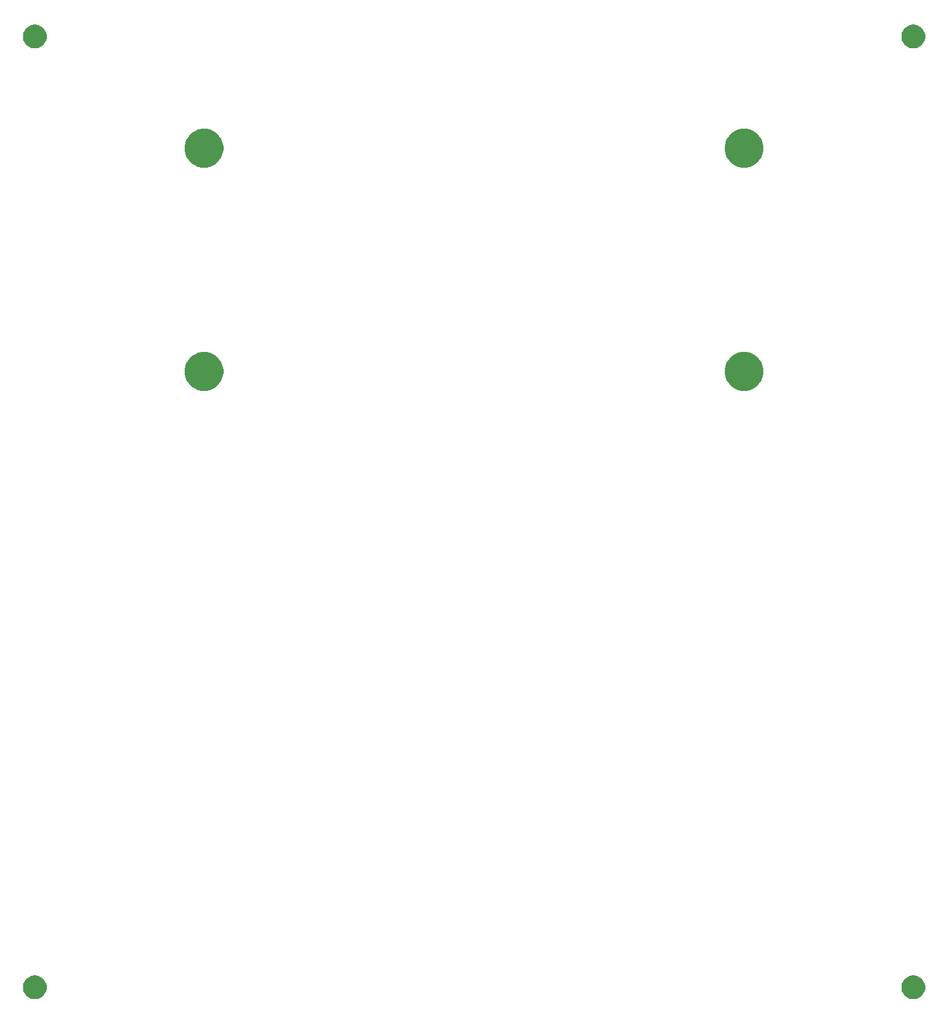
<source format=gbr>
G04 #@! TF.GenerationSoftware,KiCad,Pcbnew,(5.1.6)-1*
G04 #@! TF.CreationDate,2020-10-27T15:14:38-03:00*
G04 #@! TF.ProjectId,PanelFrontal,50616e65-6c46-4726-9f6e-74616c2e6b69,v1.0*
G04 #@! TF.SameCoordinates,Original*
G04 #@! TF.FileFunction,Soldermask,Bot*
G04 #@! TF.FilePolarity,Negative*
%FSLAX46Y46*%
G04 Gerber Fmt 4.6, Leading zero omitted, Abs format (unit mm)*
G04 Created by KiCad (PCBNEW (5.1.6)-1) date 2020-10-27 15:14:38*
%MOMM*%
%LPD*%
G01*
G04 APERTURE LIST*
%ADD10C,0.100000*%
G04 APERTURE END LIST*
D10*
G36*
X225625256Y-193641298D02*
G01*
X225731579Y-193662447D01*
X226032042Y-193786903D01*
X226302451Y-193967585D01*
X226532415Y-194197549D01*
X226713097Y-194467958D01*
X226837553Y-194768421D01*
X226901000Y-195087391D01*
X226901000Y-195412609D01*
X226837553Y-195731579D01*
X226713097Y-196032042D01*
X226532415Y-196302451D01*
X226302451Y-196532415D01*
X226032042Y-196713097D01*
X225731579Y-196837553D01*
X225625256Y-196858702D01*
X225412611Y-196901000D01*
X225087389Y-196901000D01*
X224874744Y-196858702D01*
X224768421Y-196837553D01*
X224467958Y-196713097D01*
X224197549Y-196532415D01*
X223967585Y-196302451D01*
X223786903Y-196032042D01*
X223662447Y-195731579D01*
X223599000Y-195412609D01*
X223599000Y-195087391D01*
X223662447Y-194768421D01*
X223786903Y-194467958D01*
X223967585Y-194197549D01*
X224197549Y-193967585D01*
X224467958Y-193786903D01*
X224768421Y-193662447D01*
X224874744Y-193641298D01*
X225087389Y-193599000D01*
X225412611Y-193599000D01*
X225625256Y-193641298D01*
G37*
G36*
X103625256Y-193641298D02*
G01*
X103731579Y-193662447D01*
X104032042Y-193786903D01*
X104302451Y-193967585D01*
X104532415Y-194197549D01*
X104713097Y-194467958D01*
X104837553Y-194768421D01*
X104901000Y-195087391D01*
X104901000Y-195412609D01*
X104837553Y-195731579D01*
X104713097Y-196032042D01*
X104532415Y-196302451D01*
X104302451Y-196532415D01*
X104032042Y-196713097D01*
X103731579Y-196837553D01*
X103625256Y-196858702D01*
X103412611Y-196901000D01*
X103087389Y-196901000D01*
X102874744Y-196858702D01*
X102768421Y-196837553D01*
X102467958Y-196713097D01*
X102197549Y-196532415D01*
X101967585Y-196302451D01*
X101786903Y-196032042D01*
X101662447Y-195731579D01*
X101599000Y-195412609D01*
X101599000Y-195087391D01*
X101662447Y-194768421D01*
X101786903Y-194467958D01*
X101967585Y-194197549D01*
X102197549Y-193967585D01*
X102467958Y-193786903D01*
X102768421Y-193662447D01*
X102874744Y-193641298D01*
X103087389Y-193599000D01*
X103412611Y-193599000D01*
X103625256Y-193641298D01*
G37*
G36*
X202537852Y-107152797D02*
G01*
X203029402Y-107356404D01*
X203029403Y-107356405D01*
X203471787Y-107651996D01*
X203848004Y-108028213D01*
X204045512Y-108323805D01*
X204143596Y-108470598D01*
X204347203Y-108962148D01*
X204451000Y-109483973D01*
X204451000Y-110016027D01*
X204347203Y-110537852D01*
X204143596Y-111029402D01*
X204143595Y-111029403D01*
X203848004Y-111471787D01*
X203471787Y-111848004D01*
X203176195Y-112045512D01*
X203029402Y-112143596D01*
X202537852Y-112347203D01*
X202016027Y-112451000D01*
X201483973Y-112451000D01*
X200962148Y-112347203D01*
X200470598Y-112143596D01*
X200323805Y-112045512D01*
X200028213Y-111848004D01*
X199651996Y-111471787D01*
X199356405Y-111029403D01*
X199356404Y-111029402D01*
X199152797Y-110537852D01*
X199049000Y-110016027D01*
X199049000Y-109483973D01*
X199152797Y-108962148D01*
X199356404Y-108470598D01*
X199454488Y-108323805D01*
X199651996Y-108028213D01*
X200028213Y-107651996D01*
X200470597Y-107356405D01*
X200470598Y-107356404D01*
X200962148Y-107152797D01*
X201483973Y-107049000D01*
X202016027Y-107049000D01*
X202537852Y-107152797D01*
G37*
G36*
X127537852Y-107152797D02*
G01*
X128029402Y-107356404D01*
X128029403Y-107356405D01*
X128471787Y-107651996D01*
X128848004Y-108028213D01*
X129045512Y-108323805D01*
X129143596Y-108470598D01*
X129347203Y-108962148D01*
X129451000Y-109483973D01*
X129451000Y-110016027D01*
X129347203Y-110537852D01*
X129143596Y-111029402D01*
X129143595Y-111029403D01*
X128848004Y-111471787D01*
X128471787Y-111848004D01*
X128176195Y-112045512D01*
X128029402Y-112143596D01*
X127537852Y-112347203D01*
X127016027Y-112451000D01*
X126483973Y-112451000D01*
X125962148Y-112347203D01*
X125470598Y-112143596D01*
X125323805Y-112045512D01*
X125028213Y-111848004D01*
X124651996Y-111471787D01*
X124356405Y-111029403D01*
X124356404Y-111029402D01*
X124152797Y-110537852D01*
X124049000Y-110016027D01*
X124049000Y-109483973D01*
X124152797Y-108962148D01*
X124356404Y-108470598D01*
X124454488Y-108323805D01*
X124651996Y-108028213D01*
X125028213Y-107651996D01*
X125470597Y-107356405D01*
X125470598Y-107356404D01*
X125962148Y-107152797D01*
X126483973Y-107049000D01*
X127016027Y-107049000D01*
X127537852Y-107152797D01*
G37*
G36*
X202537852Y-76152797D02*
G01*
X203029402Y-76356404D01*
X203029403Y-76356405D01*
X203471787Y-76651996D01*
X203848004Y-77028213D01*
X204045512Y-77323805D01*
X204143596Y-77470598D01*
X204347203Y-77962148D01*
X204451000Y-78483973D01*
X204451000Y-79016027D01*
X204347203Y-79537852D01*
X204143596Y-80029402D01*
X204143595Y-80029403D01*
X203848004Y-80471787D01*
X203471787Y-80848004D01*
X203176195Y-81045512D01*
X203029402Y-81143596D01*
X202537852Y-81347203D01*
X202016027Y-81451000D01*
X201483973Y-81451000D01*
X200962148Y-81347203D01*
X200470598Y-81143596D01*
X200323805Y-81045512D01*
X200028213Y-80848004D01*
X199651996Y-80471787D01*
X199356405Y-80029403D01*
X199356404Y-80029402D01*
X199152797Y-79537852D01*
X199049000Y-79016027D01*
X199049000Y-78483973D01*
X199152797Y-77962148D01*
X199356404Y-77470598D01*
X199454488Y-77323805D01*
X199651996Y-77028213D01*
X200028213Y-76651996D01*
X200470597Y-76356405D01*
X200470598Y-76356404D01*
X200962148Y-76152797D01*
X201483973Y-76049000D01*
X202016027Y-76049000D01*
X202537852Y-76152797D01*
G37*
G36*
X127537852Y-76152797D02*
G01*
X128029402Y-76356404D01*
X128029403Y-76356405D01*
X128471787Y-76651996D01*
X128848004Y-77028213D01*
X129045512Y-77323805D01*
X129143596Y-77470598D01*
X129347203Y-77962148D01*
X129451000Y-78483973D01*
X129451000Y-79016027D01*
X129347203Y-79537852D01*
X129143596Y-80029402D01*
X129143595Y-80029403D01*
X128848004Y-80471787D01*
X128471787Y-80848004D01*
X128176195Y-81045512D01*
X128029402Y-81143596D01*
X127537852Y-81347203D01*
X127016027Y-81451000D01*
X126483973Y-81451000D01*
X125962148Y-81347203D01*
X125470598Y-81143596D01*
X125323805Y-81045512D01*
X125028213Y-80848004D01*
X124651996Y-80471787D01*
X124356405Y-80029403D01*
X124356404Y-80029402D01*
X124152797Y-79537852D01*
X124049000Y-79016027D01*
X124049000Y-78483973D01*
X124152797Y-77962148D01*
X124356404Y-77470598D01*
X124454488Y-77323805D01*
X124651996Y-77028213D01*
X125028213Y-76651996D01*
X125470597Y-76356405D01*
X125470598Y-76356404D01*
X125962148Y-76152797D01*
X126483973Y-76049000D01*
X127016027Y-76049000D01*
X127537852Y-76152797D01*
G37*
G36*
X225625256Y-61641298D02*
G01*
X225731579Y-61662447D01*
X226032042Y-61786903D01*
X226302451Y-61967585D01*
X226532415Y-62197549D01*
X226713097Y-62467958D01*
X226837553Y-62768421D01*
X226901000Y-63087391D01*
X226901000Y-63412609D01*
X226837553Y-63731579D01*
X226713097Y-64032042D01*
X226532415Y-64302451D01*
X226302451Y-64532415D01*
X226032042Y-64713097D01*
X225731579Y-64837553D01*
X225625256Y-64858702D01*
X225412611Y-64901000D01*
X225087389Y-64901000D01*
X224874744Y-64858702D01*
X224768421Y-64837553D01*
X224467958Y-64713097D01*
X224197549Y-64532415D01*
X223967585Y-64302451D01*
X223786903Y-64032042D01*
X223662447Y-63731579D01*
X223599000Y-63412609D01*
X223599000Y-63087391D01*
X223662447Y-62768421D01*
X223786903Y-62467958D01*
X223967585Y-62197549D01*
X224197549Y-61967585D01*
X224467958Y-61786903D01*
X224768421Y-61662447D01*
X224874744Y-61641298D01*
X225087389Y-61599000D01*
X225412611Y-61599000D01*
X225625256Y-61641298D01*
G37*
G36*
X103625256Y-61641298D02*
G01*
X103731579Y-61662447D01*
X104032042Y-61786903D01*
X104302451Y-61967585D01*
X104532415Y-62197549D01*
X104713097Y-62467958D01*
X104837553Y-62768421D01*
X104901000Y-63087391D01*
X104901000Y-63412609D01*
X104837553Y-63731579D01*
X104713097Y-64032042D01*
X104532415Y-64302451D01*
X104302451Y-64532415D01*
X104032042Y-64713097D01*
X103731579Y-64837553D01*
X103625256Y-64858702D01*
X103412611Y-64901000D01*
X103087389Y-64901000D01*
X102874744Y-64858702D01*
X102768421Y-64837553D01*
X102467958Y-64713097D01*
X102197549Y-64532415D01*
X101967585Y-64302451D01*
X101786903Y-64032042D01*
X101662447Y-63731579D01*
X101599000Y-63412609D01*
X101599000Y-63087391D01*
X101662447Y-62768421D01*
X101786903Y-62467958D01*
X101967585Y-62197549D01*
X102197549Y-61967585D01*
X102467958Y-61786903D01*
X102768421Y-61662447D01*
X102874744Y-61641298D01*
X103087389Y-61599000D01*
X103412611Y-61599000D01*
X103625256Y-61641298D01*
G37*
M02*

</source>
